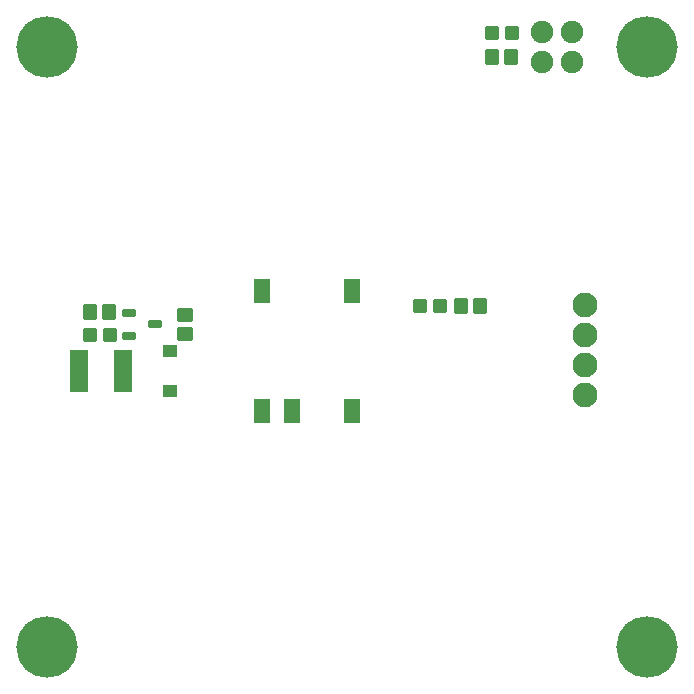
<source format=gts>
G04 Layer: TopSolderMaskLayer*
G04 Panelize: , Column: 2, Row: 2, Board Size: 58.42mm x 58.42mm, Panelized Board Size: 118.84mm x 118.84mm*
G04 EasyEDA v6.5.34, 2023-08-21 18:11:39*
G04 6b8a08da89de4659a48f0417751e7769,5a6b42c53f6a479593ecc07194224c93,10*
G04 Gerber Generator version 0.2*
G04 Scale: 100 percent, Rotated: No, Reflected: No *
G04 Dimensions in millimeters *
G04 leading zeros omitted , absolute positions ,4 integer and 5 decimal *
%FSLAX45Y45*%
%MOMM*%

%AMMACRO1*1,1,$1,$2,$3*1,1,$1,$4,$5*1,1,$1,0-$2,0-$3*1,1,$1,0-$4,0-$5*20,1,$1,$2,$3,$4,$5,0*20,1,$1,$4,$5,0-$2,0-$3,0*20,1,$1,0-$2,0-$3,0-$4,0-$5,0*20,1,$1,0-$4,0-$5,$2,$3,0*4,1,4,$2,$3,$4,$5,0-$2,0-$3,0-$4,0-$5,$2,$3,0*%
%ADD10MACRO1,0.1016X-0.5994X1X0.5994X1*%
%ADD11MACRO1,0.1016X-0.7033X-1.7496X-0.7033X1.7496*%
%ADD12MACRO1,0.1016X0.7033X-1.7496X0.7033X1.7496*%
%ADD13MACRO1,0.1016X-0.5188X0.266X-0.5188X-0.266*%
%ADD14MACRO1,0.1016X0.575X0.475X0.575X-0.475*%
%ADD15MACRO1,0.2032X0.55X0.5X0.55X-0.5*%
%ADD16MACRO1,0.2032X0.5X-0.55X-0.5X-0.55*%
%ADD17MACRO1,0.2032X-0.45X-0.5X-0.45X0.5*%
%ADD18C,5.2032*%
%ADD19C,2.1016*%
%ADD20C,1.9016*%

%LPD*%
D10*
G01*
X2197094Y2374894D03*
G01*
X2451094Y2374894D03*
G01*
X2959094Y2374894D03*
G01*
X2959094Y3390894D03*
G01*
X2197094Y3390894D03*
D11*
G01*
X1023533Y2717053D03*
D12*
G01*
X652866Y2717053D03*
D13*
G01*
X1070974Y3205753D03*
G01*
X1070974Y3015753D03*
G01*
X1291225Y3110753D03*
D14*
G01*
X1422400Y2886295D03*
G01*
X1422400Y2547815D03*
D15*
G01*
X1549397Y3031487D03*
G01*
X1549397Y3191487D03*
D16*
G01*
X745489Y3213092D03*
G01*
X905489Y3213092D03*
D17*
G01*
X740491Y3021845D03*
G01*
X910490Y3021845D03*
D16*
G01*
X3882383Y3263892D03*
G01*
X4042384Y3263892D03*
D17*
G01*
X3534483Y3263884D03*
G01*
X3704483Y3263884D03*
D16*
G01*
X4149092Y5372100D03*
G01*
X4309092Y5372100D03*
D17*
G01*
X4144091Y5575292D03*
G01*
X4314090Y5575292D03*
D18*
G01*
X381000Y5461000D03*
D19*
G01*
X4931206Y3274161D03*
G01*
X4931206Y2512161D03*
G01*
X4931206Y2766161D03*
G01*
X4931206Y3020161D03*
D20*
G01*
X4572000Y5588000D03*
G01*
X4572000Y5334000D03*
G01*
X4826000Y5334000D03*
G01*
X4826000Y5588000D03*
D18*
G01*
X381000Y381000D03*
G01*
X5461000Y381000D03*
G01*
X5461000Y5461000D03*
M02*

</source>
